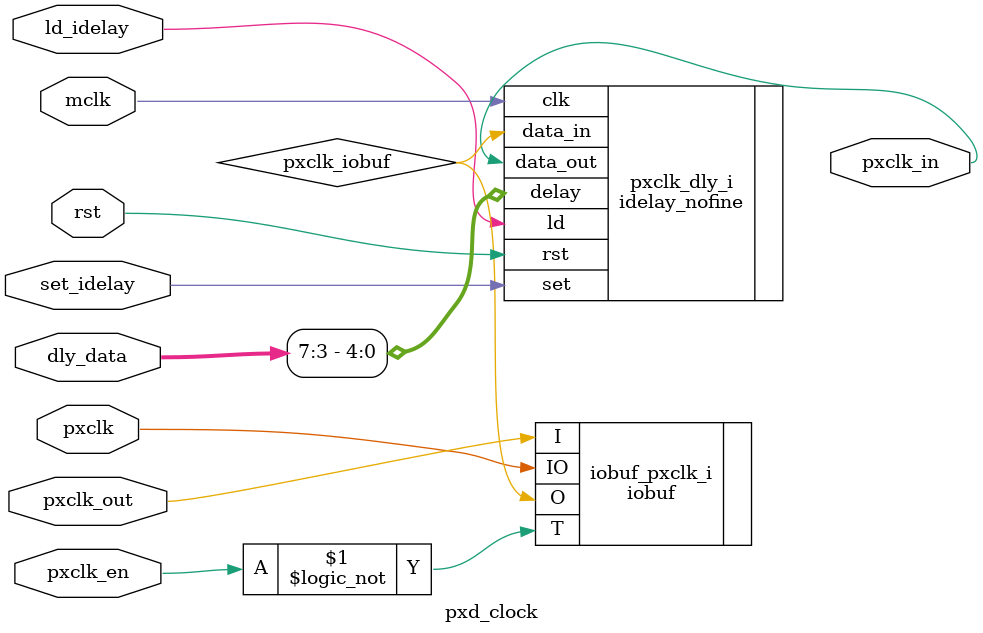
<source format=v>

/*!
 * <b>Module:</b>pxd_clock
 * @file pxd_clock.v
 * @date 2015-05-16  
 * @author Andrey Filippov     
 *
 * @brief pixel clock line input
 *
 * @copyright Copyright (c) 2015 Elphel, Inc.
 *
 * <b>License:</b>
 *
 * pxd_clock.v is free software; you can redistribute it and/or modify
 * it under the terms of the GNU General Public License as published by
 * the Free Software Foundation, either version 3 of the License, or
 * (at your option) any later version.
 *
 *  pxd_clock.v is distributed in the hope that it will be useful,
 * but WITHOUT ANY WARRANTY; without even the implied warranty of
 * MERCHANTABILITY or FITNESS FOR A PARTICULAR PURPOSE.  See the
 * GNU General Public License for more details.
 *
 * You should have received a copy of the GNU General Public License
 * along with this program.  If not, see <http://www.gnu.org/licenses/> .
 *
 * Additional permission under GNU GPL version 3 section 7:
 * If you modify this Program, or any covered work, by linking or combining it
 * with independent modules provided by the FPGA vendor only (this permission
 * does not extend to any 3-rd party modules, "soft cores" or macros) under
 * different license terms solely for the purpose of generating binary "bitstream"
 * files and/or simulating the code, the copyright holders of this Program give
 * you the right to distribute the covered work without those independent modules
 * as long as the source code for them is available from the FPGA vendor free of
 * charge, and there is no dependence on any encrypted modules for simulating of
 * the combined code. This permission applies to you if the distributed code
 * contains all the components and scripts required to completely simulate it
 * with at least one of the Free Software programs.
 */
`timescale 1ns/1ps

module  pxd_clock #(
    parameter IODELAY_GRP ="IODELAY_SENSOR", // may need different for different channels?
    parameter integer IDELAY_VALUE = 0,
    parameter integer PXD_DRIVE = 12,
    parameter PXD_IBUF_LOW_PWR = "TRUE",
    parameter PXD_IOSTANDARD = "DEFAULT",
    parameter PXD_SLEW = "SLOW",
    parameter real REFCLK_FREQUENCY = 300.0,
    parameter HIGH_PERFORMANCE_MODE = "FALSE"

) (
    inout        pxclk,          // I/O pad
    input        pxclk_out,      // data to be sent out through the pad (normally not used)
    input        pxclk_en,       // enable data output (normally not used)
    output       pxclk_in,       // data output - delayed pad data
    input        rst,            // reset
    input        mclk,           // clock for setting delay values
    input  [7:0] dly_data,       // delay value (3 LSB - fine delay) - @posedge mclk
    input        set_idelay,     // mclk synchronous load idelay value
    input        ld_idelay       // mclk synchronous set idealy value
);
    wire pxclk_iobuf;

    iobuf #(
        .DRIVE        (PXD_DRIVE),
        .IBUF_LOW_PWR (PXD_IBUF_LOW_PWR),
        .IOSTANDARD   (PXD_IOSTANDARD),
        .SLEW         (PXD_SLEW)
    ) iobuf_pxclk_i (
        .O     (pxclk_iobuf), // output
        .IO    (pxclk), // inout
        .I     (pxclk_out), // input
        .T     (!pxclk_en) // input
    );
/*
//finedelay not supported by HR banks?
    idelay_fine_pipe # (
        .IODELAY_GRP           (IODELAY_GRP),
        .DELAY_VALUE           (IDELAY_VALUE),
        .REFCLK_FREQUENCY      (REFCLK_FREQUENCY),
        .HIGH_PERFORMANCE_MODE (HIGH_PERFORMANCE_MODE)
    ) pxclk_dly_i(
        .clk          (mclk),
        .rst          (rst),
        .set          (set_idelay),
        .ld           (ld_idelay),
        .delay        (dly_data[7:0]),
        .data_in      (pxclk_iobuf),
        .data_out     (pxclk_in)
    );
*/
    idelay_nofine # (
        .IODELAY_GRP           (IODELAY_GRP),
        .DELAY_VALUE           (IDELAY_VALUE),
        .REFCLK_FREQUENCY      (REFCLK_FREQUENCY),
        .HIGH_PERFORMANCE_MODE (HIGH_PERFORMANCE_MODE)
    ) pxclk_dly_i(
        .clk          (mclk),
        .rst          (rst),
        .set          (set_idelay),
        .ld           (ld_idelay),
        .delay        (dly_data[7:3]),
        .data_in      (pxclk_iobuf),
        .data_out     (pxclk_in)
    );


endmodule


</source>
